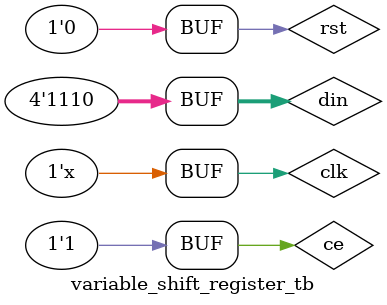
<source format=v>
`timescale 1ns / 1ps

module variable_shift_register_tb();
parameter WIDTH=4,SIZE=3;
reg clk;                              
reg ce;                              
reg rst;                              
reg [WIDTH-1:0] din;                  
wire [WIDTH-1:0] dout;                 

variable_shift_register #(WIDTH,SIZE) r1 (clk,ce,rst,din,dout);

initial begin
clk = 0;
ce = 0;
rst = 0;
din = 0;
#100;
rst = 1;
#15;
rst = 0;
ce = 1;
din = 4'ha;
#40;
din = 4'hb;
#40;
din = 4'hc;
#40;
din = 4'hd;
#40;
din = 4'he;

end
always #(20) clk = ~clk;
endmodule

</source>
